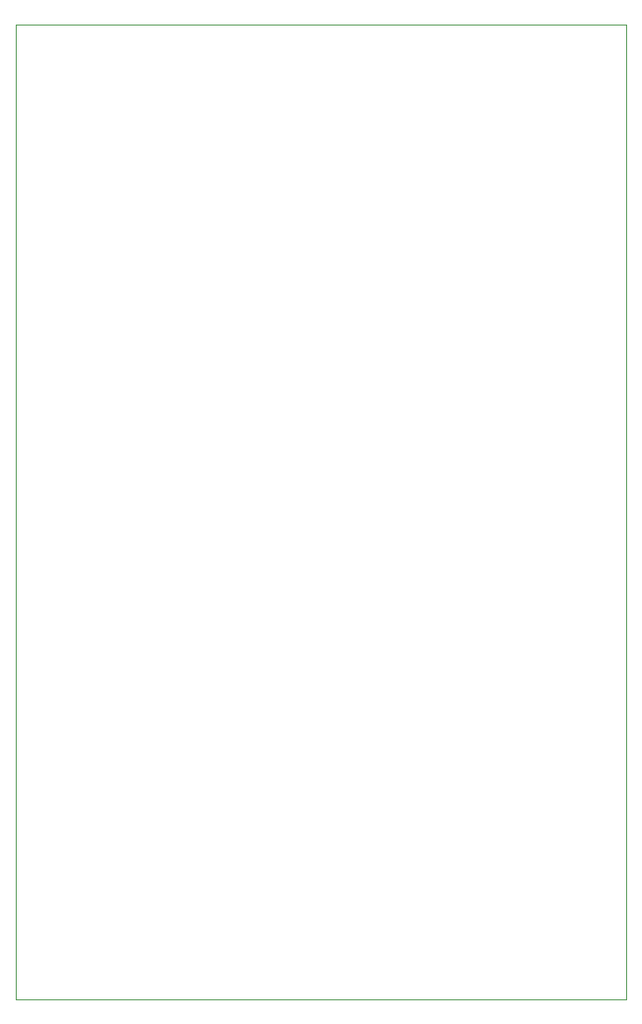
<source format=gbr>
%TF.GenerationSoftware,KiCad,Pcbnew,(6.0.6-0)*%
%TF.CreationDate,2024-07-06T11:12:15+02:00*%
%TF.ProjectId,10outputs,31306f75-7470-4757-9473-2e6b69636164,rev?*%
%TF.SameCoordinates,Original*%
%TF.FileFunction,Profile,NP*%
%FSLAX46Y46*%
G04 Gerber Fmt 4.6, Leading zero omitted, Abs format (unit mm)*
G04 Created by KiCad (PCBNEW (6.0.6-0)) date 2024-07-06 11:12:15*
%MOMM*%
%LPD*%
G01*
G04 APERTURE LIST*
%TA.AperFunction,Profile*%
%ADD10C,0.100000*%
%TD*%
G04 APERTURE END LIST*
D10*
X89474000Y-32775000D02*
X148355000Y-32775000D01*
X148355000Y-32775000D02*
X148355000Y-126607000D01*
X148355000Y-126607000D02*
X89474000Y-126607000D01*
X89474000Y-126607000D02*
X89474000Y-32775000D01*
M02*

</source>
